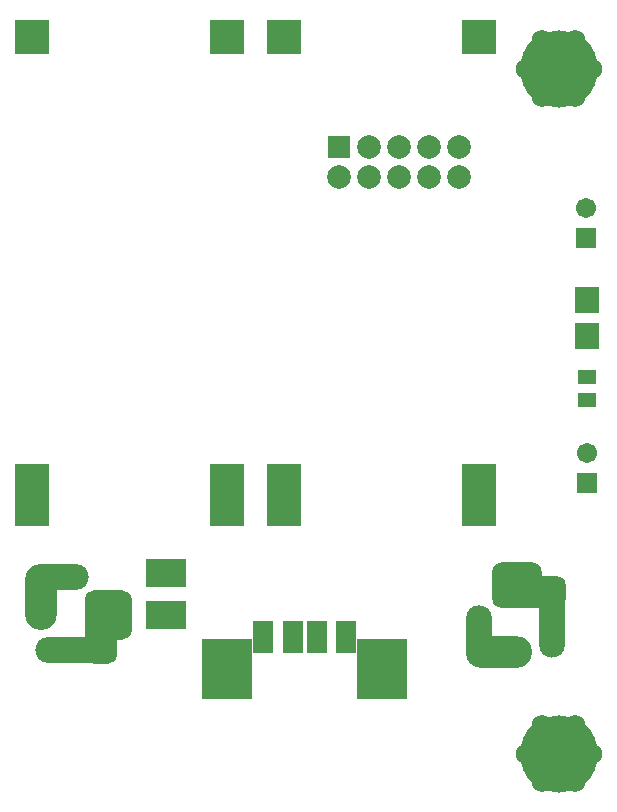
<source format=gts>
%FSAX25Y25*%
%MOIN*%
G70*
G01*
G75*
G04 Layer_Color=8388736*
%ADD10R,0.07480X0.08071*%
%ADD11R,0.05118X0.04331*%
%ADD12R,0.12402X0.08858*%
%ADD13C,0.10000*%
%ADD14C,0.05000*%
%ADD15R,0.11024X0.11024*%
G04:AMPARAMS|DCode=16|XSize=236.22mil|YSize=98.43mil|CornerRadius=24.61mil|HoleSize=0mil|Usage=FLASHONLY|Rotation=270.000|XOffset=0mil|YOffset=0mil|HoleType=Round|Shape=RoundedRectangle|*
%AMROUNDEDRECTD16*
21,1,0.23622,0.04921,0,0,270.0*
21,1,0.18701,0.09843,0,0,270.0*
1,1,0.04921,-0.02461,-0.09350*
1,1,0.04921,-0.02461,0.09350*
1,1,0.04921,0.02461,0.09350*
1,1,0.04921,0.02461,-0.09350*
%
%ADD16ROUNDEDRECTD16*%
%ADD17O,0.09843X0.21260*%
%ADD18O,0.19685X0.07874*%
G04:AMPARAMS|DCode=19|XSize=157.48mil|YSize=118.11mil|CornerRadius=29.53mil|HoleSize=0mil|Usage=FLASHONLY|Rotation=270.000|XOffset=0mil|YOffset=0mil|HoleType=Round|Shape=RoundedRectangle|*
%AMROUNDEDRECTD19*
21,1,0.15748,0.05906,0,0,270.0*
21,1,0.09843,0.11811,0,0,270.0*
1,1,0.05906,-0.02953,-0.04921*
1,1,0.05906,-0.02953,0.04921*
1,1,0.05906,0.02953,0.04921*
1,1,0.05906,0.02953,-0.04921*
%
%ADD19ROUNDEDRECTD19*%
%ADD20O,0.25590X0.07874*%
G04:AMPARAMS|DCode=21|XSize=236.22mil|YSize=98.43mil|CornerRadius=24.61mil|HoleSize=0mil|Usage=FLASHONLY|Rotation=0.000|XOffset=0mil|YOffset=0mil|HoleType=Round|Shape=RoundedRectangle|*
%AMROUNDEDRECTD21*
21,1,0.23622,0.04921,0,0,0.0*
21,1,0.18701,0.09843,0,0,0.0*
1,1,0.04921,0.09350,-0.02461*
1,1,0.04921,-0.09350,-0.02461*
1,1,0.04921,-0.09350,0.02461*
1,1,0.04921,0.09350,0.02461*
%
%ADD21ROUNDEDRECTD21*%
%ADD22O,0.21260X0.09843*%
%ADD23O,0.07874X0.19685*%
G04:AMPARAMS|DCode=24|XSize=157.48mil|YSize=118.11mil|CornerRadius=29.53mil|HoleSize=0mil|Usage=FLASHONLY|Rotation=0.000|XOffset=0mil|YOffset=0mil|HoleType=Round|Shape=RoundedRectangle|*
%AMROUNDEDRECTD24*
21,1,0.15748,0.05906,0,0,0.0*
21,1,0.09843,0.11811,0,0,0.0*
1,1,0.05906,0.04921,-0.02953*
1,1,0.05906,-0.04921,-0.02953*
1,1,0.05906,-0.04921,0.02953*
1,1,0.05906,0.04921,0.02953*
%
%ADD24ROUNDEDRECTD24*%
%ADD25O,0.07874X0.25590*%
%ADD26R,0.15748X0.19685*%
%ADD27R,0.05906X0.09843*%
%ADD28C,0.06000*%
%ADD29C,0.25000*%
%ADD30R,0.05906X0.05906*%
%ADD31C,0.05906*%
%ADD32R,0.06394X0.06394*%
%ADD33C,0.07087*%
%ADD34C,0.00500*%
%ADD35C,0.00787*%
%ADD36C,0.00984*%
%ADD37C,0.01000*%
%ADD38C,0.00800*%
%ADD39C,0.01200*%
%ADD40C,0.01600*%
%ADD41R,0.13500X0.22500*%
%ADD42R,0.18500X0.21000*%
%ADD43R,0.08280X0.08871*%
%ADD44R,0.05918X0.05131*%
%ADD45R,0.13202X0.09658*%
%ADD46R,0.11824X0.11824*%
G04:AMPARAMS|DCode=47|XSize=244.22mil|YSize=106.42mil|CornerRadius=28.61mil|HoleSize=0mil|Usage=FLASHONLY|Rotation=270.000|XOffset=0mil|YOffset=0mil|HoleType=Round|Shape=RoundedRectangle|*
%AMROUNDEDRECTD47*
21,1,0.24422,0.04921,0,0,270.0*
21,1,0.18701,0.10642,0,0,270.0*
1,1,0.05721,-0.02461,-0.09350*
1,1,0.05721,-0.02461,0.09350*
1,1,0.05721,0.02461,0.09350*
1,1,0.05721,0.02461,-0.09350*
%
%ADD47ROUNDEDRECTD47*%
%ADD48O,0.10642X0.22060*%
%ADD49O,0.20485X0.08674*%
G04:AMPARAMS|DCode=50|XSize=165.48mil|YSize=126.11mil|CornerRadius=33.53mil|HoleSize=0mil|Usage=FLASHONLY|Rotation=270.000|XOffset=0mil|YOffset=0mil|HoleType=Round|Shape=RoundedRectangle|*
%AMROUNDEDRECTD50*
21,1,0.16548,0.05906,0,0,270.0*
21,1,0.09843,0.12611,0,0,270.0*
1,1,0.06706,-0.02953,-0.04921*
1,1,0.06706,-0.02953,0.04921*
1,1,0.06706,0.02953,0.04921*
1,1,0.06706,0.02953,-0.04921*
%
%ADD50ROUNDEDRECTD50*%
%ADD51O,0.26391X0.08674*%
G04:AMPARAMS|DCode=52|XSize=244.22mil|YSize=106.42mil|CornerRadius=28.61mil|HoleSize=0mil|Usage=FLASHONLY|Rotation=0.000|XOffset=0mil|YOffset=0mil|HoleType=Round|Shape=RoundedRectangle|*
%AMROUNDEDRECTD52*
21,1,0.24422,0.04921,0,0,0.0*
21,1,0.18701,0.10642,0,0,0.0*
1,1,0.05721,0.09350,-0.02461*
1,1,0.05721,-0.09350,-0.02461*
1,1,0.05721,-0.09350,0.02461*
1,1,0.05721,0.09350,0.02461*
%
%ADD52ROUNDEDRECTD52*%
%ADD53O,0.22060X0.10642*%
%ADD54O,0.08674X0.20485*%
G04:AMPARAMS|DCode=55|XSize=165.48mil|YSize=126.11mil|CornerRadius=33.53mil|HoleSize=0mil|Usage=FLASHONLY|Rotation=0.000|XOffset=0mil|YOffset=0mil|HoleType=Round|Shape=RoundedRectangle|*
%AMROUNDEDRECTD55*
21,1,0.16548,0.05906,0,0,0.0*
21,1,0.09843,0.12611,0,0,0.0*
1,1,0.06706,0.04921,-0.02953*
1,1,0.06706,-0.04921,-0.02953*
1,1,0.06706,-0.04921,0.02953*
1,1,0.06706,0.04921,0.02953*
%
%ADD55ROUNDEDRECTD55*%
%ADD56O,0.08674X0.26391*%
%ADD57R,0.16548X0.20485*%
%ADD58R,0.06706X0.10642*%
%ADD59C,0.06800*%
%ADD60C,0.25800*%
%ADD61R,0.06706X0.06706*%
%ADD62C,0.06706*%
%ADD63R,0.07194X0.07194*%
%ADD64C,0.07887*%
D43*
X0682500Y0376496D02*
D03*
Y0388504D02*
D03*
D44*
Y0355260D02*
D03*
Y0362740D02*
D03*
D45*
X0542000Y0297488D02*
D03*
Y0283512D02*
D03*
D46*
X0646461Y0318618D02*
D03*
X0581500D02*
D03*
Y0327969D02*
D03*
X0646461D02*
D03*
Y0476000D02*
D03*
X0581500D02*
D03*
X0562461Y0318618D02*
D03*
X0497500D02*
D03*
Y0327969D02*
D03*
X0562461D02*
D03*
Y0476000D02*
D03*
X0497500D02*
D03*
D47*
X0520500Y0279563D02*
D03*
D48*
X0500500Y0289405D02*
D03*
D49*
X0505933Y0296098D02*
D03*
D50*
X0524437Y0283500D02*
D03*
D51*
X0511839Y0271689D02*
D03*
D52*
X0662937Y0291000D02*
D03*
D53*
X0653094Y0271000D02*
D03*
D54*
X0646402Y0276433D02*
D03*
D55*
X0659000Y0294937D02*
D03*
D56*
X0670811Y0282339D02*
D03*
D57*
X0614146Y0265370D02*
D03*
X0562413D02*
D03*
D58*
X0602059Y0276000D02*
D03*
X0592216D02*
D03*
X0584342D02*
D03*
X0574500D02*
D03*
D59*
X0667500Y0475026D02*
D03*
X0678500D02*
D03*
X0684000Y0465500D02*
D03*
X0678500Y0455974D02*
D03*
X0667500D02*
D03*
X0662000Y0465500D02*
D03*
X0667500Y0246680D02*
D03*
X0678500D02*
D03*
X0684000Y0237154D02*
D03*
X0678500Y0227627D02*
D03*
X0667500D02*
D03*
X0662000Y0237154D02*
D03*
D60*
X0673000Y0465500D02*
D03*
Y0237154D02*
D03*
D61*
X0682500Y0327500D02*
D03*
X0682000Y0409000D02*
D03*
D62*
X0682500Y0337500D02*
D03*
X0682000Y0419000D02*
D03*
D63*
X0599638Y0439327D02*
D03*
D64*
X0609638D02*
D03*
X0619638D02*
D03*
X0629638D02*
D03*
X0639638D02*
D03*
Y0429327D02*
D03*
X0629638D02*
D03*
X0619638D02*
D03*
X0609638D02*
D03*
X0599638D02*
D03*
M02*

</source>
